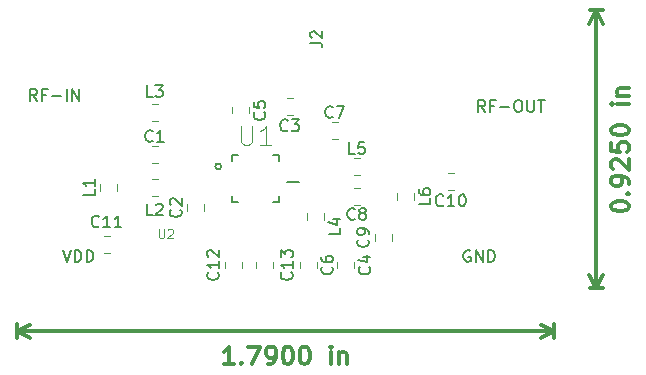
<source format=gto>
G04 #@! TF.GenerationSoftware,KiCad,Pcbnew,5.0.2-bee76a0~70~ubuntu18.04.1*
G04 #@! TF.CreationDate,2019-03-07T22:18:03-05:00*
G04 #@! TF.ProjectId,mixer,6d697865-722e-46b6-9963-61645f706362,rev?*
G04 #@! TF.SameCoordinates,Original*
G04 #@! TF.FileFunction,Legend,Top*
G04 #@! TF.FilePolarity,Positive*
%FSLAX46Y46*%
G04 Gerber Fmt 4.6, Leading zero omitted, Abs format (unit mm)*
G04 Created by KiCad (PCBNEW 5.0.2-bee76a0~70~ubuntu18.04.1) date Thu 07 Mar 2019 10:18:03 PM EST*
%MOMM*%
%LPD*%
G01*
G04 APERTURE LIST*
%ADD10C,0.300000*%
%ADD11C,0.200000*%
%ADD12C,0.120000*%
%ADD13C,0.152400*%
%ADD14C,0.150000*%
%ADD15C,0.050000*%
G04 APERTURE END LIST*
D10*
X165997571Y-83442357D02*
X165997571Y-83299500D01*
X166069000Y-83156642D01*
X166140428Y-83085214D01*
X166283285Y-83013785D01*
X166569000Y-82942357D01*
X166926142Y-82942357D01*
X167211857Y-83013785D01*
X167354714Y-83085214D01*
X167426142Y-83156642D01*
X167497571Y-83299500D01*
X167497571Y-83442357D01*
X167426142Y-83585214D01*
X167354714Y-83656642D01*
X167211857Y-83728071D01*
X166926142Y-83799500D01*
X166569000Y-83799500D01*
X166283285Y-83728071D01*
X166140428Y-83656642D01*
X166069000Y-83585214D01*
X165997571Y-83442357D01*
X167354714Y-82299500D02*
X167426142Y-82228071D01*
X167497571Y-82299500D01*
X167426142Y-82370928D01*
X167354714Y-82299500D01*
X167497571Y-82299500D01*
X167497571Y-81513785D02*
X167497571Y-81228071D01*
X167426142Y-81085214D01*
X167354714Y-81013785D01*
X167140428Y-80870928D01*
X166854714Y-80799500D01*
X166283285Y-80799500D01*
X166140428Y-80870928D01*
X166069000Y-80942357D01*
X165997571Y-81085214D01*
X165997571Y-81370928D01*
X166069000Y-81513785D01*
X166140428Y-81585214D01*
X166283285Y-81656642D01*
X166640428Y-81656642D01*
X166783285Y-81585214D01*
X166854714Y-81513785D01*
X166926142Y-81370928D01*
X166926142Y-81085214D01*
X166854714Y-80942357D01*
X166783285Y-80870928D01*
X166640428Y-80799500D01*
X166140428Y-80228071D02*
X166069000Y-80156642D01*
X165997571Y-80013785D01*
X165997571Y-79656642D01*
X166069000Y-79513785D01*
X166140428Y-79442357D01*
X166283285Y-79370928D01*
X166426142Y-79370928D01*
X166640428Y-79442357D01*
X167497571Y-80299500D01*
X167497571Y-79370928D01*
X165997571Y-78013785D02*
X165997571Y-78728071D01*
X166711857Y-78799500D01*
X166640428Y-78728071D01*
X166569000Y-78585214D01*
X166569000Y-78228071D01*
X166640428Y-78085214D01*
X166711857Y-78013785D01*
X166854714Y-77942357D01*
X167211857Y-77942357D01*
X167354714Y-78013785D01*
X167426142Y-78085214D01*
X167497571Y-78228071D01*
X167497571Y-78585214D01*
X167426142Y-78728071D01*
X167354714Y-78799500D01*
X165997571Y-77013785D02*
X165997571Y-76870928D01*
X166069000Y-76728071D01*
X166140428Y-76656642D01*
X166283285Y-76585214D01*
X166569000Y-76513785D01*
X166926142Y-76513785D01*
X167211857Y-76585214D01*
X167354714Y-76656642D01*
X167426142Y-76728071D01*
X167497571Y-76870928D01*
X167497571Y-77013785D01*
X167426142Y-77156642D01*
X167354714Y-77228071D01*
X167211857Y-77299500D01*
X166926142Y-77370928D01*
X166569000Y-77370928D01*
X166283285Y-77299500D01*
X166140428Y-77228071D01*
X166069000Y-77156642D01*
X165997571Y-77013785D01*
X167497571Y-74728071D02*
X166497571Y-74728071D01*
X165997571Y-74728071D02*
X166069000Y-74799500D01*
X166140428Y-74728071D01*
X166069000Y-74656642D01*
X165997571Y-74728071D01*
X166140428Y-74728071D01*
X166497571Y-74013785D02*
X167497571Y-74013785D01*
X166640428Y-74013785D02*
X166569000Y-73942357D01*
X166497571Y-73799500D01*
X166497571Y-73585214D01*
X166569000Y-73442357D01*
X166711857Y-73370928D01*
X167497571Y-73370928D01*
X164719000Y-90297000D02*
X164719000Y-66802000D01*
X164211000Y-90297000D02*
X165305421Y-90297000D01*
X164211000Y-66802000D02*
X165305421Y-66802000D01*
X164719000Y-66802000D02*
X165305421Y-67928504D01*
X164719000Y-66802000D02*
X164132579Y-67928504D01*
X164719000Y-90297000D02*
X165305421Y-89170496D01*
X164719000Y-90297000D02*
X164132579Y-89170496D01*
X134037142Y-96758571D02*
X133180000Y-96758571D01*
X133608571Y-96758571D02*
X133608571Y-95258571D01*
X133465714Y-95472857D01*
X133322857Y-95615714D01*
X133180000Y-95687142D01*
X134680000Y-96615714D02*
X134751428Y-96687142D01*
X134680000Y-96758571D01*
X134608571Y-96687142D01*
X134680000Y-96615714D01*
X134680000Y-96758571D01*
X135251428Y-95258571D02*
X136251428Y-95258571D01*
X135608571Y-96758571D01*
X136894285Y-96758571D02*
X137180000Y-96758571D01*
X137322857Y-96687142D01*
X137394285Y-96615714D01*
X137537142Y-96401428D01*
X137608571Y-96115714D01*
X137608571Y-95544285D01*
X137537142Y-95401428D01*
X137465714Y-95330000D01*
X137322857Y-95258571D01*
X137037142Y-95258571D01*
X136894285Y-95330000D01*
X136822857Y-95401428D01*
X136751428Y-95544285D01*
X136751428Y-95901428D01*
X136822857Y-96044285D01*
X136894285Y-96115714D01*
X137037142Y-96187142D01*
X137322857Y-96187142D01*
X137465714Y-96115714D01*
X137537142Y-96044285D01*
X137608571Y-95901428D01*
X138537142Y-95258571D02*
X138680000Y-95258571D01*
X138822857Y-95330000D01*
X138894285Y-95401428D01*
X138965714Y-95544285D01*
X139037142Y-95830000D01*
X139037142Y-96187142D01*
X138965714Y-96472857D01*
X138894285Y-96615714D01*
X138822857Y-96687142D01*
X138680000Y-96758571D01*
X138537142Y-96758571D01*
X138394285Y-96687142D01*
X138322857Y-96615714D01*
X138251428Y-96472857D01*
X138180000Y-96187142D01*
X138180000Y-95830000D01*
X138251428Y-95544285D01*
X138322857Y-95401428D01*
X138394285Y-95330000D01*
X138537142Y-95258571D01*
X139965714Y-95258571D02*
X140108571Y-95258571D01*
X140251428Y-95330000D01*
X140322857Y-95401428D01*
X140394285Y-95544285D01*
X140465714Y-95830000D01*
X140465714Y-96187142D01*
X140394285Y-96472857D01*
X140322857Y-96615714D01*
X140251428Y-96687142D01*
X140108571Y-96758571D01*
X139965714Y-96758571D01*
X139822857Y-96687142D01*
X139751428Y-96615714D01*
X139680000Y-96472857D01*
X139608571Y-96187142D01*
X139608571Y-95830000D01*
X139680000Y-95544285D01*
X139751428Y-95401428D01*
X139822857Y-95330000D01*
X139965714Y-95258571D01*
X142251428Y-96758571D02*
X142251428Y-95758571D01*
X142251428Y-95258571D02*
X142180000Y-95330000D01*
X142251428Y-95401428D01*
X142322857Y-95330000D01*
X142251428Y-95258571D01*
X142251428Y-95401428D01*
X142965714Y-95758571D02*
X142965714Y-96758571D01*
X142965714Y-95901428D02*
X143037142Y-95830000D01*
X143180000Y-95758571D01*
X143394285Y-95758571D01*
X143537142Y-95830000D01*
X143608571Y-95972857D01*
X143608571Y-96758571D01*
X115697000Y-93980000D02*
X161163000Y-93980000D01*
X115697000Y-93345000D02*
X115697000Y-94566421D01*
X161163000Y-93345000D02*
X161163000Y-94566421D01*
X161163000Y-93980000D02*
X160036496Y-94566421D01*
X161163000Y-93980000D02*
X160036496Y-93393579D01*
X115697000Y-93980000D02*
X116823504Y-94566421D01*
X115697000Y-93980000D02*
X116823504Y-93393579D01*
D11*
X132969000Y-80010000D02*
G75*
G03X132969000Y-80010000I-254000J0D01*
G01*
D12*
G04 #@! TO.C,C1*
X127591078Y-78284000D02*
X127073922Y-78284000D01*
X127591078Y-79704000D02*
X127073922Y-79704000D01*
G04 #@! TO.C,C2*
X130100000Y-83746078D02*
X130100000Y-83228922D01*
X131520000Y-83746078D02*
X131520000Y-83228922D01*
G04 #@! TO.C,C3*
X139021078Y-75640000D02*
X138503922Y-75640000D01*
X139021078Y-74220000D02*
X138503922Y-74220000D01*
G04 #@! TO.C,C4*
X142800000Y-88084922D02*
X142800000Y-88602078D01*
X144220000Y-88084922D02*
X144220000Y-88602078D01*
G04 #@! TO.C,C5*
X133910000Y-75003922D02*
X133910000Y-75521078D01*
X135330000Y-75003922D02*
X135330000Y-75521078D01*
G04 #@! TO.C,C6*
X141045000Y-88084922D02*
X141045000Y-88602078D01*
X139625000Y-88084922D02*
X139625000Y-88602078D01*
G04 #@! TO.C,C7*
X142831078Y-76252000D02*
X142313922Y-76252000D01*
X142831078Y-77672000D02*
X142313922Y-77672000D01*
G04 #@! TO.C,C8*
X144188922Y-83260000D02*
X144706078Y-83260000D01*
X144188922Y-81840000D02*
X144706078Y-81840000D01*
G04 #@! TO.C,C9*
X145975000Y-86286078D02*
X145975000Y-85768922D01*
X147395000Y-86286078D02*
X147395000Y-85768922D01*
G04 #@! TO.C,C10*
X152658578Y-81990000D02*
X152141422Y-81990000D01*
X152658578Y-80570000D02*
X152141422Y-80570000D01*
G04 #@! TO.C,C11*
X123527078Y-85904000D02*
X123009922Y-85904000D01*
X123527078Y-87324000D02*
X123009922Y-87324000D01*
G04 #@! TO.C,C12*
X134695000Y-88602078D02*
X134695000Y-88084922D01*
X133275000Y-88602078D02*
X133275000Y-88084922D01*
G04 #@! TO.C,C13*
X135942000Y-88602078D02*
X135942000Y-88084922D01*
X137362000Y-88602078D02*
X137362000Y-88084922D01*
G04 #@! TO.C,L1*
X124154000Y-82046578D02*
X124154000Y-81529422D01*
X122734000Y-82046578D02*
X122734000Y-81529422D01*
G04 #@! TO.C,L2*
X127073922Y-81078000D02*
X127591078Y-81078000D01*
X127073922Y-82498000D02*
X127591078Y-82498000D01*
G04 #@! TO.C,L3*
X127591078Y-76148000D02*
X127073922Y-76148000D01*
X127591078Y-74728000D02*
X127073922Y-74728000D01*
G04 #@! TO.C,L4*
X141680000Y-83990922D02*
X141680000Y-84508078D01*
X140260000Y-83990922D02*
X140260000Y-84508078D01*
G04 #@! TO.C,L5*
X144188922Y-79300000D02*
X144706078Y-79300000D01*
X144188922Y-80720000D02*
X144706078Y-80720000D01*
G04 #@! TO.C,L6*
X147880000Y-82291422D02*
X147880000Y-82808578D01*
X149300000Y-82291422D02*
X149300000Y-82808578D01*
D13*
G04 #@! TO.C,U1*
X138531600Y-81330800D02*
X139522200Y-81330800D01*
X137896600Y-79552800D02*
X137896600Y-79019400D01*
X137363200Y-83032600D02*
X137896600Y-83032600D01*
X134416800Y-79019400D02*
X133883400Y-79019400D01*
X133883400Y-83032600D02*
X134416800Y-83032600D01*
X137896600Y-83032600D02*
X137896600Y-82499200D01*
X137896600Y-79019400D02*
X137363200Y-79019400D01*
X133883400Y-79019400D02*
X133883400Y-79552800D01*
X133883400Y-82499200D02*
X133883400Y-83032600D01*
G04 #@! TO.C,C1*
D14*
X127165833Y-77827142D02*
X127118214Y-77874761D01*
X126975357Y-77922380D01*
X126880119Y-77922380D01*
X126737261Y-77874761D01*
X126642023Y-77779523D01*
X126594404Y-77684285D01*
X126546785Y-77493809D01*
X126546785Y-77350952D01*
X126594404Y-77160476D01*
X126642023Y-77065238D01*
X126737261Y-76970000D01*
X126880119Y-76922380D01*
X126975357Y-76922380D01*
X127118214Y-76970000D01*
X127165833Y-77017619D01*
X128118214Y-77922380D02*
X127546785Y-77922380D01*
X127832500Y-77922380D02*
X127832500Y-76922380D01*
X127737261Y-77065238D01*
X127642023Y-77160476D01*
X127546785Y-77208095D01*
G04 #@! TO.C,C2*
X129517142Y-83654166D02*
X129564761Y-83701785D01*
X129612380Y-83844642D01*
X129612380Y-83939880D01*
X129564761Y-84082738D01*
X129469523Y-84177976D01*
X129374285Y-84225595D01*
X129183809Y-84273214D01*
X129040952Y-84273214D01*
X128850476Y-84225595D01*
X128755238Y-84177976D01*
X128660000Y-84082738D01*
X128612380Y-83939880D01*
X128612380Y-83844642D01*
X128660000Y-83701785D01*
X128707619Y-83654166D01*
X128707619Y-83273214D02*
X128660000Y-83225595D01*
X128612380Y-83130357D01*
X128612380Y-82892261D01*
X128660000Y-82797023D01*
X128707619Y-82749404D01*
X128802857Y-82701785D01*
X128898095Y-82701785D01*
X129040952Y-82749404D01*
X129612380Y-83320833D01*
X129612380Y-82701785D01*
G04 #@! TO.C,C3*
X138595833Y-76937142D02*
X138548214Y-76984761D01*
X138405357Y-77032380D01*
X138310119Y-77032380D01*
X138167261Y-76984761D01*
X138072023Y-76889523D01*
X138024404Y-76794285D01*
X137976785Y-76603809D01*
X137976785Y-76460952D01*
X138024404Y-76270476D01*
X138072023Y-76175238D01*
X138167261Y-76080000D01*
X138310119Y-76032380D01*
X138405357Y-76032380D01*
X138548214Y-76080000D01*
X138595833Y-76127619D01*
X138929166Y-76032380D02*
X139548214Y-76032380D01*
X139214880Y-76413333D01*
X139357738Y-76413333D01*
X139452976Y-76460952D01*
X139500595Y-76508571D01*
X139548214Y-76603809D01*
X139548214Y-76841904D01*
X139500595Y-76937142D01*
X139452976Y-76984761D01*
X139357738Y-77032380D01*
X139072023Y-77032380D01*
X138976785Y-76984761D01*
X138929166Y-76937142D01*
G04 #@! TO.C,C4*
X145517142Y-88510166D02*
X145564761Y-88557785D01*
X145612380Y-88700642D01*
X145612380Y-88795880D01*
X145564761Y-88938738D01*
X145469523Y-89033976D01*
X145374285Y-89081595D01*
X145183809Y-89129214D01*
X145040952Y-89129214D01*
X144850476Y-89081595D01*
X144755238Y-89033976D01*
X144660000Y-88938738D01*
X144612380Y-88795880D01*
X144612380Y-88700642D01*
X144660000Y-88557785D01*
X144707619Y-88510166D01*
X144945714Y-87653023D02*
X145612380Y-87653023D01*
X144564761Y-87891119D02*
X145279047Y-88129214D01*
X145279047Y-87510166D01*
G04 #@! TO.C,C5*
X136627142Y-75429166D02*
X136674761Y-75476785D01*
X136722380Y-75619642D01*
X136722380Y-75714880D01*
X136674761Y-75857738D01*
X136579523Y-75952976D01*
X136484285Y-76000595D01*
X136293809Y-76048214D01*
X136150952Y-76048214D01*
X135960476Y-76000595D01*
X135865238Y-75952976D01*
X135770000Y-75857738D01*
X135722380Y-75714880D01*
X135722380Y-75619642D01*
X135770000Y-75476785D01*
X135817619Y-75429166D01*
X135722380Y-74524404D02*
X135722380Y-75000595D01*
X136198571Y-75048214D01*
X136150952Y-75000595D01*
X136103333Y-74905357D01*
X136103333Y-74667261D01*
X136150952Y-74572023D01*
X136198571Y-74524404D01*
X136293809Y-74476785D01*
X136531904Y-74476785D01*
X136627142Y-74524404D01*
X136674761Y-74572023D01*
X136722380Y-74667261D01*
X136722380Y-74905357D01*
X136674761Y-75000595D01*
X136627142Y-75048214D01*
G04 #@! TO.C,C6*
X142342142Y-88510166D02*
X142389761Y-88557785D01*
X142437380Y-88700642D01*
X142437380Y-88795880D01*
X142389761Y-88938738D01*
X142294523Y-89033976D01*
X142199285Y-89081595D01*
X142008809Y-89129214D01*
X141865952Y-89129214D01*
X141675476Y-89081595D01*
X141580238Y-89033976D01*
X141485000Y-88938738D01*
X141437380Y-88795880D01*
X141437380Y-88700642D01*
X141485000Y-88557785D01*
X141532619Y-88510166D01*
X141437380Y-87653023D02*
X141437380Y-87843500D01*
X141485000Y-87938738D01*
X141532619Y-87986357D01*
X141675476Y-88081595D01*
X141865952Y-88129214D01*
X142246904Y-88129214D01*
X142342142Y-88081595D01*
X142389761Y-88033976D01*
X142437380Y-87938738D01*
X142437380Y-87748261D01*
X142389761Y-87653023D01*
X142342142Y-87605404D01*
X142246904Y-87557785D01*
X142008809Y-87557785D01*
X141913571Y-87605404D01*
X141865952Y-87653023D01*
X141818333Y-87748261D01*
X141818333Y-87938738D01*
X141865952Y-88033976D01*
X141913571Y-88081595D01*
X142008809Y-88129214D01*
G04 #@! TO.C,C7*
X142405833Y-75795142D02*
X142358214Y-75842761D01*
X142215357Y-75890380D01*
X142120119Y-75890380D01*
X141977261Y-75842761D01*
X141882023Y-75747523D01*
X141834404Y-75652285D01*
X141786785Y-75461809D01*
X141786785Y-75318952D01*
X141834404Y-75128476D01*
X141882023Y-75033238D01*
X141977261Y-74938000D01*
X142120119Y-74890380D01*
X142215357Y-74890380D01*
X142358214Y-74938000D01*
X142405833Y-74985619D01*
X142739166Y-74890380D02*
X143405833Y-74890380D01*
X142977261Y-75890380D01*
G04 #@! TO.C,C8*
X144280833Y-84431142D02*
X144233214Y-84478761D01*
X144090357Y-84526380D01*
X143995119Y-84526380D01*
X143852261Y-84478761D01*
X143757023Y-84383523D01*
X143709404Y-84288285D01*
X143661785Y-84097809D01*
X143661785Y-83954952D01*
X143709404Y-83764476D01*
X143757023Y-83669238D01*
X143852261Y-83574000D01*
X143995119Y-83526380D01*
X144090357Y-83526380D01*
X144233214Y-83574000D01*
X144280833Y-83621619D01*
X144852261Y-83954952D02*
X144757023Y-83907333D01*
X144709404Y-83859714D01*
X144661785Y-83764476D01*
X144661785Y-83716857D01*
X144709404Y-83621619D01*
X144757023Y-83574000D01*
X144852261Y-83526380D01*
X145042738Y-83526380D01*
X145137976Y-83574000D01*
X145185595Y-83621619D01*
X145233214Y-83716857D01*
X145233214Y-83764476D01*
X145185595Y-83859714D01*
X145137976Y-83907333D01*
X145042738Y-83954952D01*
X144852261Y-83954952D01*
X144757023Y-84002571D01*
X144709404Y-84050190D01*
X144661785Y-84145428D01*
X144661785Y-84335904D01*
X144709404Y-84431142D01*
X144757023Y-84478761D01*
X144852261Y-84526380D01*
X145042738Y-84526380D01*
X145137976Y-84478761D01*
X145185595Y-84431142D01*
X145233214Y-84335904D01*
X145233214Y-84145428D01*
X145185595Y-84050190D01*
X145137976Y-84002571D01*
X145042738Y-83954952D01*
G04 #@! TO.C,C9*
X145392142Y-86194166D02*
X145439761Y-86241785D01*
X145487380Y-86384642D01*
X145487380Y-86479880D01*
X145439761Y-86622738D01*
X145344523Y-86717976D01*
X145249285Y-86765595D01*
X145058809Y-86813214D01*
X144915952Y-86813214D01*
X144725476Y-86765595D01*
X144630238Y-86717976D01*
X144535000Y-86622738D01*
X144487380Y-86479880D01*
X144487380Y-86384642D01*
X144535000Y-86241785D01*
X144582619Y-86194166D01*
X145487380Y-85717976D02*
X145487380Y-85527500D01*
X145439761Y-85432261D01*
X145392142Y-85384642D01*
X145249285Y-85289404D01*
X145058809Y-85241785D01*
X144677857Y-85241785D01*
X144582619Y-85289404D01*
X144535000Y-85337023D01*
X144487380Y-85432261D01*
X144487380Y-85622738D01*
X144535000Y-85717976D01*
X144582619Y-85765595D01*
X144677857Y-85813214D01*
X144915952Y-85813214D01*
X145011190Y-85765595D01*
X145058809Y-85717976D01*
X145106428Y-85622738D01*
X145106428Y-85432261D01*
X145058809Y-85337023D01*
X145011190Y-85289404D01*
X144915952Y-85241785D01*
G04 #@! TO.C,C10*
X151757142Y-83287142D02*
X151709523Y-83334761D01*
X151566666Y-83382380D01*
X151471428Y-83382380D01*
X151328571Y-83334761D01*
X151233333Y-83239523D01*
X151185714Y-83144285D01*
X151138095Y-82953809D01*
X151138095Y-82810952D01*
X151185714Y-82620476D01*
X151233333Y-82525238D01*
X151328571Y-82430000D01*
X151471428Y-82382380D01*
X151566666Y-82382380D01*
X151709523Y-82430000D01*
X151757142Y-82477619D01*
X152709523Y-83382380D02*
X152138095Y-83382380D01*
X152423809Y-83382380D02*
X152423809Y-82382380D01*
X152328571Y-82525238D01*
X152233333Y-82620476D01*
X152138095Y-82668095D01*
X153328571Y-82382380D02*
X153423809Y-82382380D01*
X153519047Y-82430000D01*
X153566666Y-82477619D01*
X153614285Y-82572857D01*
X153661904Y-82763333D01*
X153661904Y-83001428D01*
X153614285Y-83191904D01*
X153566666Y-83287142D01*
X153519047Y-83334761D01*
X153423809Y-83382380D01*
X153328571Y-83382380D01*
X153233333Y-83334761D01*
X153185714Y-83287142D01*
X153138095Y-83191904D01*
X153090476Y-83001428D01*
X153090476Y-82763333D01*
X153138095Y-82572857D01*
X153185714Y-82477619D01*
X153233333Y-82430000D01*
X153328571Y-82382380D01*
G04 #@! TO.C,C11*
X122625642Y-85066142D02*
X122578023Y-85113761D01*
X122435166Y-85161380D01*
X122339928Y-85161380D01*
X122197071Y-85113761D01*
X122101833Y-85018523D01*
X122054214Y-84923285D01*
X122006595Y-84732809D01*
X122006595Y-84589952D01*
X122054214Y-84399476D01*
X122101833Y-84304238D01*
X122197071Y-84209000D01*
X122339928Y-84161380D01*
X122435166Y-84161380D01*
X122578023Y-84209000D01*
X122625642Y-84256619D01*
X123578023Y-85161380D02*
X123006595Y-85161380D01*
X123292309Y-85161380D02*
X123292309Y-84161380D01*
X123197071Y-84304238D01*
X123101833Y-84399476D01*
X123006595Y-84447095D01*
X124530404Y-85161380D02*
X123958976Y-85161380D01*
X124244690Y-85161380D02*
X124244690Y-84161380D01*
X124149452Y-84304238D01*
X124054214Y-84399476D01*
X123958976Y-84447095D01*
G04 #@! TO.C,C12*
X132692142Y-88986357D02*
X132739761Y-89033976D01*
X132787380Y-89176833D01*
X132787380Y-89272071D01*
X132739761Y-89414928D01*
X132644523Y-89510166D01*
X132549285Y-89557785D01*
X132358809Y-89605404D01*
X132215952Y-89605404D01*
X132025476Y-89557785D01*
X131930238Y-89510166D01*
X131835000Y-89414928D01*
X131787380Y-89272071D01*
X131787380Y-89176833D01*
X131835000Y-89033976D01*
X131882619Y-88986357D01*
X132787380Y-88033976D02*
X132787380Y-88605404D01*
X132787380Y-88319690D02*
X131787380Y-88319690D01*
X131930238Y-88414928D01*
X132025476Y-88510166D01*
X132073095Y-88605404D01*
X131882619Y-87653023D02*
X131835000Y-87605404D01*
X131787380Y-87510166D01*
X131787380Y-87272071D01*
X131835000Y-87176833D01*
X131882619Y-87129214D01*
X131977857Y-87081595D01*
X132073095Y-87081595D01*
X132215952Y-87129214D01*
X132787380Y-87700642D01*
X132787380Y-87081595D01*
G04 #@! TO.C,C13*
X138914142Y-88986357D02*
X138961761Y-89033976D01*
X139009380Y-89176833D01*
X139009380Y-89272071D01*
X138961761Y-89414928D01*
X138866523Y-89510166D01*
X138771285Y-89557785D01*
X138580809Y-89605404D01*
X138437952Y-89605404D01*
X138247476Y-89557785D01*
X138152238Y-89510166D01*
X138057000Y-89414928D01*
X138009380Y-89272071D01*
X138009380Y-89176833D01*
X138057000Y-89033976D01*
X138104619Y-88986357D01*
X139009380Y-88033976D02*
X139009380Y-88605404D01*
X139009380Y-88319690D02*
X138009380Y-88319690D01*
X138152238Y-88414928D01*
X138247476Y-88510166D01*
X138295095Y-88605404D01*
X138009380Y-87700642D02*
X138009380Y-87081595D01*
X138390333Y-87414928D01*
X138390333Y-87272071D01*
X138437952Y-87176833D01*
X138485571Y-87129214D01*
X138580809Y-87081595D01*
X138818904Y-87081595D01*
X138914142Y-87129214D01*
X138961761Y-87176833D01*
X139009380Y-87272071D01*
X139009380Y-87557785D01*
X138961761Y-87653023D01*
X138914142Y-87700642D01*
G04 #@! TO.C,RF-IN*
X117372000Y-74450380D02*
X117038666Y-73974190D01*
X116800571Y-74450380D02*
X116800571Y-73450380D01*
X117181523Y-73450380D01*
X117276761Y-73498000D01*
X117324380Y-73545619D01*
X117372000Y-73640857D01*
X117372000Y-73783714D01*
X117324380Y-73878952D01*
X117276761Y-73926571D01*
X117181523Y-73974190D01*
X116800571Y-73974190D01*
X118133904Y-73926571D02*
X117800571Y-73926571D01*
X117800571Y-74450380D02*
X117800571Y-73450380D01*
X118276761Y-73450380D01*
X118657714Y-74069428D02*
X119419619Y-74069428D01*
X119895809Y-74450380D02*
X119895809Y-73450380D01*
X120372000Y-74450380D02*
X120372000Y-73450380D01*
X120943428Y-74450380D01*
X120943428Y-73450380D01*
G04 #@! TO.C,J2*
X140522380Y-69548333D02*
X141236666Y-69548333D01*
X141379523Y-69595952D01*
X141474761Y-69691190D01*
X141522380Y-69834047D01*
X141522380Y-69929285D01*
X140617619Y-69119761D02*
X140570000Y-69072142D01*
X140522380Y-68976904D01*
X140522380Y-68738809D01*
X140570000Y-68643571D01*
X140617619Y-68595952D01*
X140712857Y-68548333D01*
X140808095Y-68548333D01*
X140950952Y-68595952D01*
X141522380Y-69167380D01*
X141522380Y-68548333D01*
G04 #@! TO.C,RF-OUT*
X155313333Y-75382380D02*
X154980000Y-74906190D01*
X154741904Y-75382380D02*
X154741904Y-74382380D01*
X155122857Y-74382380D01*
X155218095Y-74430000D01*
X155265714Y-74477619D01*
X155313333Y-74572857D01*
X155313333Y-74715714D01*
X155265714Y-74810952D01*
X155218095Y-74858571D01*
X155122857Y-74906190D01*
X154741904Y-74906190D01*
X156075238Y-74858571D02*
X155741904Y-74858571D01*
X155741904Y-75382380D02*
X155741904Y-74382380D01*
X156218095Y-74382380D01*
X156599047Y-75001428D02*
X157360952Y-75001428D01*
X158027619Y-74382380D02*
X158218095Y-74382380D01*
X158313333Y-74430000D01*
X158408571Y-74525238D01*
X158456190Y-74715714D01*
X158456190Y-75049047D01*
X158408571Y-75239523D01*
X158313333Y-75334761D01*
X158218095Y-75382380D01*
X158027619Y-75382380D01*
X157932380Y-75334761D01*
X157837142Y-75239523D01*
X157789523Y-75049047D01*
X157789523Y-74715714D01*
X157837142Y-74525238D01*
X157932380Y-74430000D01*
X158027619Y-74382380D01*
X158884761Y-74382380D02*
X158884761Y-75191904D01*
X158932380Y-75287142D01*
X158980000Y-75334761D01*
X159075238Y-75382380D01*
X159265714Y-75382380D01*
X159360952Y-75334761D01*
X159408571Y-75287142D01*
X159456190Y-75191904D01*
X159456190Y-74382380D01*
X159789523Y-74382380D02*
X160360952Y-74382380D01*
X160075238Y-75382380D02*
X160075238Y-74382380D01*
G04 #@! TO.C,VDD*
X119570666Y-87082380D02*
X119904000Y-88082380D01*
X120237333Y-87082380D01*
X120570666Y-88082380D02*
X120570666Y-87082380D01*
X120808761Y-87082380D01*
X120951619Y-87130000D01*
X121046857Y-87225238D01*
X121094476Y-87320476D01*
X121142095Y-87510952D01*
X121142095Y-87653809D01*
X121094476Y-87844285D01*
X121046857Y-87939523D01*
X120951619Y-88034761D01*
X120808761Y-88082380D01*
X120570666Y-88082380D01*
X121570666Y-88082380D02*
X121570666Y-87082380D01*
X121808761Y-87082380D01*
X121951619Y-87130000D01*
X122046857Y-87225238D01*
X122094476Y-87320476D01*
X122142095Y-87510952D01*
X122142095Y-87653809D01*
X122094476Y-87844285D01*
X122046857Y-87939523D01*
X121951619Y-88034761D01*
X121808761Y-88082380D01*
X121570666Y-88082380D01*
G04 #@! TO.C,GND*
X154051095Y-87130000D02*
X153955857Y-87082380D01*
X153813000Y-87082380D01*
X153670142Y-87130000D01*
X153574904Y-87225238D01*
X153527285Y-87320476D01*
X153479666Y-87510952D01*
X153479666Y-87653809D01*
X153527285Y-87844285D01*
X153574904Y-87939523D01*
X153670142Y-88034761D01*
X153813000Y-88082380D01*
X153908238Y-88082380D01*
X154051095Y-88034761D01*
X154098714Y-87987142D01*
X154098714Y-87653809D01*
X153908238Y-87653809D01*
X154527285Y-88082380D02*
X154527285Y-87082380D01*
X155098714Y-88082380D01*
X155098714Y-87082380D01*
X155574904Y-88082380D02*
X155574904Y-87082380D01*
X155813000Y-87082380D01*
X155955857Y-87130000D01*
X156051095Y-87225238D01*
X156098714Y-87320476D01*
X156146333Y-87510952D01*
X156146333Y-87653809D01*
X156098714Y-87844285D01*
X156051095Y-87939523D01*
X155955857Y-88034761D01*
X155813000Y-88082380D01*
X155574904Y-88082380D01*
G04 #@! TO.C,L1*
X122246380Y-81954666D02*
X122246380Y-82430857D01*
X121246380Y-82430857D01*
X122246380Y-81097523D02*
X122246380Y-81668952D01*
X122246380Y-81383238D02*
X121246380Y-81383238D01*
X121389238Y-81478476D01*
X121484476Y-81573714D01*
X121532095Y-81668952D01*
G04 #@! TO.C,L2*
X127165833Y-84145380D02*
X126689642Y-84145380D01*
X126689642Y-83145380D01*
X127451547Y-83240619D02*
X127499166Y-83193000D01*
X127594404Y-83145380D01*
X127832500Y-83145380D01*
X127927738Y-83193000D01*
X127975357Y-83240619D01*
X128022976Y-83335857D01*
X128022976Y-83431095D01*
X127975357Y-83573952D01*
X127403928Y-84145380D01*
X128022976Y-84145380D01*
G04 #@! TO.C,L3*
X127165833Y-74112380D02*
X126689642Y-74112380D01*
X126689642Y-73112380D01*
X127403928Y-73112380D02*
X128022976Y-73112380D01*
X127689642Y-73493333D01*
X127832500Y-73493333D01*
X127927738Y-73540952D01*
X127975357Y-73588571D01*
X128022976Y-73683809D01*
X128022976Y-73921904D01*
X127975357Y-74017142D01*
X127927738Y-74064761D01*
X127832500Y-74112380D01*
X127546785Y-74112380D01*
X127451547Y-74064761D01*
X127403928Y-74017142D01*
G04 #@! TO.C,L4*
X143072380Y-85256666D02*
X143072380Y-85732857D01*
X142072380Y-85732857D01*
X142405714Y-84494761D02*
X143072380Y-84494761D01*
X142024761Y-84732857D02*
X142739047Y-84970952D01*
X142739047Y-84351904D01*
G04 #@! TO.C,L5*
X144280833Y-78938380D02*
X143804642Y-78938380D01*
X143804642Y-77938380D01*
X145090357Y-77938380D02*
X144614166Y-77938380D01*
X144566547Y-78414571D01*
X144614166Y-78366952D01*
X144709404Y-78319333D01*
X144947500Y-78319333D01*
X145042738Y-78366952D01*
X145090357Y-78414571D01*
X145137976Y-78509809D01*
X145137976Y-78747904D01*
X145090357Y-78843142D01*
X145042738Y-78890761D01*
X144947500Y-78938380D01*
X144709404Y-78938380D01*
X144614166Y-78890761D01*
X144566547Y-78843142D01*
G04 #@! TO.C,L6*
X150692380Y-82716666D02*
X150692380Y-83192857D01*
X149692380Y-83192857D01*
X149692380Y-81954761D02*
X149692380Y-82145238D01*
X149740000Y-82240476D01*
X149787619Y-82288095D01*
X149930476Y-82383333D01*
X150120952Y-82430952D01*
X150501904Y-82430952D01*
X150597142Y-82383333D01*
X150644761Y-82335714D01*
X150692380Y-82240476D01*
X150692380Y-82050000D01*
X150644761Y-81954761D01*
X150597142Y-81907142D01*
X150501904Y-81859523D01*
X150263809Y-81859523D01*
X150168571Y-81907142D01*
X150120952Y-81954761D01*
X150073333Y-82050000D01*
X150073333Y-82240476D01*
X150120952Y-82335714D01*
X150168571Y-82383333D01*
X150263809Y-82430952D01*
G04 #@! TO.C,U1*
D15*
X134638167Y-76570245D02*
X134638167Y-77900317D01*
X134716407Y-78056796D01*
X134794646Y-78135035D01*
X134951125Y-78213275D01*
X135264083Y-78213275D01*
X135420562Y-78135035D01*
X135498802Y-78056796D01*
X135577041Y-77900317D01*
X135577041Y-76570245D01*
X137220071Y-78213275D02*
X136281197Y-78213275D01*
X136750634Y-78213275D02*
X136750634Y-76570245D01*
X136594155Y-76804964D01*
X136437676Y-76961443D01*
X136281197Y-77039682D01*
G04 #@! TO.C,U2*
X127689428Y-85307714D02*
X127689428Y-85924571D01*
X127725714Y-85997142D01*
X127762000Y-86033428D01*
X127834571Y-86069714D01*
X127979714Y-86069714D01*
X128052285Y-86033428D01*
X128088571Y-85997142D01*
X128124857Y-85924571D01*
X128124857Y-85307714D01*
X128451428Y-85380285D02*
X128487714Y-85344000D01*
X128560285Y-85307714D01*
X128741714Y-85307714D01*
X128814285Y-85344000D01*
X128850571Y-85380285D01*
X128886857Y-85452857D01*
X128886857Y-85525428D01*
X128850571Y-85634285D01*
X128415142Y-86069714D01*
X128886857Y-86069714D01*
G04 #@! TD*
M02*

</source>
